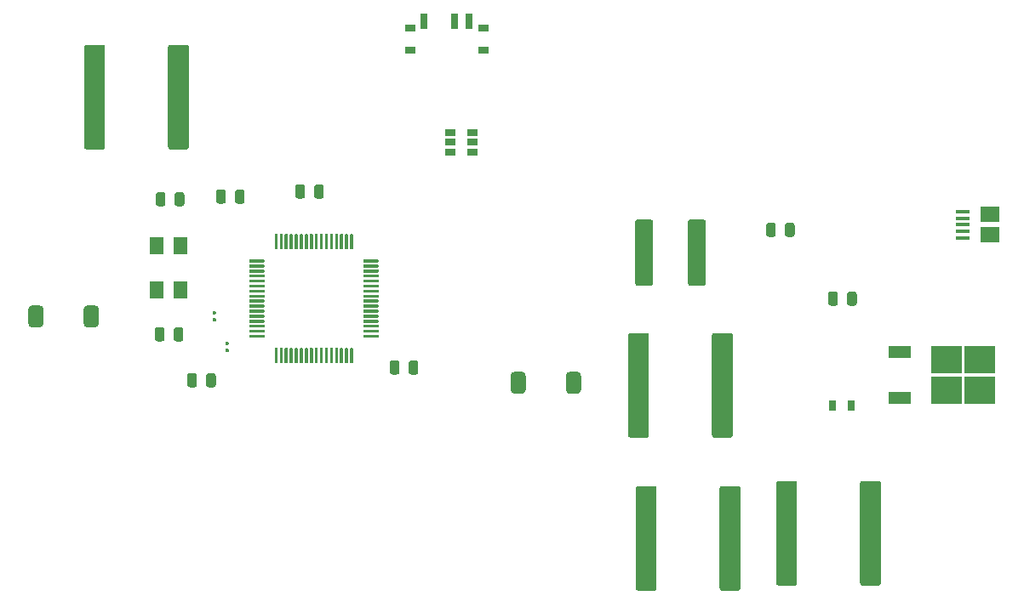
<source format=gbr>
%TF.GenerationSoftware,KiCad,Pcbnew,(5.1.6)-1*%
%TF.CreationDate,2021-02-28T15:35:06+06:00*%
%TF.ProjectId,STM32MCU + Buck Converter,53544d33-324d-4435-9520-2b204275636b,rev?*%
%TF.SameCoordinates,Original*%
%TF.FileFunction,Paste,Top*%
%TF.FilePolarity,Positive*%
%FSLAX46Y46*%
G04 Gerber Fmt 4.6, Leading zero omitted, Abs format (unit mm)*
G04 Created by KiCad (PCBNEW (5.1.6)-1) date 2021-02-28 15:35:06*
%MOMM*%
%LPD*%
G01*
G04 APERTURE LIST*
%ADD10R,1.900000X1.500000*%
%ADD11R,1.350000X0.400000*%
%ADD12R,0.800000X1.000000*%
%ADD13R,2.200000X1.200000*%
%ADD14R,3.050000X2.750000*%
%ADD15R,0.700000X1.500000*%
%ADD16R,1.000000X0.800000*%
%ADD17R,1.060000X0.650000*%
%ADD18R,1.400000X1.800000*%
G04 APERTURE END LIST*
D10*
%TO.C,J5*%
X185133500Y-73644000D03*
D11*
X182433500Y-72644000D03*
X182433500Y-71994000D03*
X182433500Y-71344000D03*
X182433500Y-73944000D03*
X182433500Y-73294000D03*
D10*
X185133500Y-71644000D03*
%TD*%
%TO.C,U1*%
G36*
G01*
X113956000Y-75035000D02*
X113956000Y-73635000D01*
G75*
G02*
X114031000Y-73560000I75000J0D01*
G01*
X114181000Y-73560000D01*
G75*
G02*
X114256000Y-73635000I0J-75000D01*
G01*
X114256000Y-75035000D01*
G75*
G02*
X114181000Y-75110000I-75000J0D01*
G01*
X114031000Y-75110000D01*
G75*
G02*
X113956000Y-75035000I0J75000D01*
G01*
G37*
G36*
G01*
X114456000Y-75035000D02*
X114456000Y-73635000D01*
G75*
G02*
X114531000Y-73560000I75000J0D01*
G01*
X114681000Y-73560000D01*
G75*
G02*
X114756000Y-73635000I0J-75000D01*
G01*
X114756000Y-75035000D01*
G75*
G02*
X114681000Y-75110000I-75000J0D01*
G01*
X114531000Y-75110000D01*
G75*
G02*
X114456000Y-75035000I0J75000D01*
G01*
G37*
G36*
G01*
X114956000Y-75035000D02*
X114956000Y-73635000D01*
G75*
G02*
X115031000Y-73560000I75000J0D01*
G01*
X115181000Y-73560000D01*
G75*
G02*
X115256000Y-73635000I0J-75000D01*
G01*
X115256000Y-75035000D01*
G75*
G02*
X115181000Y-75110000I-75000J0D01*
G01*
X115031000Y-75110000D01*
G75*
G02*
X114956000Y-75035000I0J75000D01*
G01*
G37*
G36*
G01*
X115456000Y-75035000D02*
X115456000Y-73635000D01*
G75*
G02*
X115531000Y-73560000I75000J0D01*
G01*
X115681000Y-73560000D01*
G75*
G02*
X115756000Y-73635000I0J-75000D01*
G01*
X115756000Y-75035000D01*
G75*
G02*
X115681000Y-75110000I-75000J0D01*
G01*
X115531000Y-75110000D01*
G75*
G02*
X115456000Y-75035000I0J75000D01*
G01*
G37*
G36*
G01*
X115956000Y-75035000D02*
X115956000Y-73635000D01*
G75*
G02*
X116031000Y-73560000I75000J0D01*
G01*
X116181000Y-73560000D01*
G75*
G02*
X116256000Y-73635000I0J-75000D01*
G01*
X116256000Y-75035000D01*
G75*
G02*
X116181000Y-75110000I-75000J0D01*
G01*
X116031000Y-75110000D01*
G75*
G02*
X115956000Y-75035000I0J75000D01*
G01*
G37*
G36*
G01*
X116456000Y-75035000D02*
X116456000Y-73635000D01*
G75*
G02*
X116531000Y-73560000I75000J0D01*
G01*
X116681000Y-73560000D01*
G75*
G02*
X116756000Y-73635000I0J-75000D01*
G01*
X116756000Y-75035000D01*
G75*
G02*
X116681000Y-75110000I-75000J0D01*
G01*
X116531000Y-75110000D01*
G75*
G02*
X116456000Y-75035000I0J75000D01*
G01*
G37*
G36*
G01*
X116956000Y-75035000D02*
X116956000Y-73635000D01*
G75*
G02*
X117031000Y-73560000I75000J0D01*
G01*
X117181000Y-73560000D01*
G75*
G02*
X117256000Y-73635000I0J-75000D01*
G01*
X117256000Y-75035000D01*
G75*
G02*
X117181000Y-75110000I-75000J0D01*
G01*
X117031000Y-75110000D01*
G75*
G02*
X116956000Y-75035000I0J75000D01*
G01*
G37*
G36*
G01*
X117456000Y-75035000D02*
X117456000Y-73635000D01*
G75*
G02*
X117531000Y-73560000I75000J0D01*
G01*
X117681000Y-73560000D01*
G75*
G02*
X117756000Y-73635000I0J-75000D01*
G01*
X117756000Y-75035000D01*
G75*
G02*
X117681000Y-75110000I-75000J0D01*
G01*
X117531000Y-75110000D01*
G75*
G02*
X117456000Y-75035000I0J75000D01*
G01*
G37*
G36*
G01*
X117956000Y-75035000D02*
X117956000Y-73635000D01*
G75*
G02*
X118031000Y-73560000I75000J0D01*
G01*
X118181000Y-73560000D01*
G75*
G02*
X118256000Y-73635000I0J-75000D01*
G01*
X118256000Y-75035000D01*
G75*
G02*
X118181000Y-75110000I-75000J0D01*
G01*
X118031000Y-75110000D01*
G75*
G02*
X117956000Y-75035000I0J75000D01*
G01*
G37*
G36*
G01*
X118456000Y-75035000D02*
X118456000Y-73635000D01*
G75*
G02*
X118531000Y-73560000I75000J0D01*
G01*
X118681000Y-73560000D01*
G75*
G02*
X118756000Y-73635000I0J-75000D01*
G01*
X118756000Y-75035000D01*
G75*
G02*
X118681000Y-75110000I-75000J0D01*
G01*
X118531000Y-75110000D01*
G75*
G02*
X118456000Y-75035000I0J75000D01*
G01*
G37*
G36*
G01*
X118956000Y-75035000D02*
X118956000Y-73635000D01*
G75*
G02*
X119031000Y-73560000I75000J0D01*
G01*
X119181000Y-73560000D01*
G75*
G02*
X119256000Y-73635000I0J-75000D01*
G01*
X119256000Y-75035000D01*
G75*
G02*
X119181000Y-75110000I-75000J0D01*
G01*
X119031000Y-75110000D01*
G75*
G02*
X118956000Y-75035000I0J75000D01*
G01*
G37*
G36*
G01*
X119456000Y-75035000D02*
X119456000Y-73635000D01*
G75*
G02*
X119531000Y-73560000I75000J0D01*
G01*
X119681000Y-73560000D01*
G75*
G02*
X119756000Y-73635000I0J-75000D01*
G01*
X119756000Y-75035000D01*
G75*
G02*
X119681000Y-75110000I-75000J0D01*
G01*
X119531000Y-75110000D01*
G75*
G02*
X119456000Y-75035000I0J75000D01*
G01*
G37*
G36*
G01*
X119956000Y-75035000D02*
X119956000Y-73635000D01*
G75*
G02*
X120031000Y-73560000I75000J0D01*
G01*
X120181000Y-73560000D01*
G75*
G02*
X120256000Y-73635000I0J-75000D01*
G01*
X120256000Y-75035000D01*
G75*
G02*
X120181000Y-75110000I-75000J0D01*
G01*
X120031000Y-75110000D01*
G75*
G02*
X119956000Y-75035000I0J75000D01*
G01*
G37*
G36*
G01*
X120456000Y-75035000D02*
X120456000Y-73635000D01*
G75*
G02*
X120531000Y-73560000I75000J0D01*
G01*
X120681000Y-73560000D01*
G75*
G02*
X120756000Y-73635000I0J-75000D01*
G01*
X120756000Y-75035000D01*
G75*
G02*
X120681000Y-75110000I-75000J0D01*
G01*
X120531000Y-75110000D01*
G75*
G02*
X120456000Y-75035000I0J75000D01*
G01*
G37*
G36*
G01*
X120956000Y-75035000D02*
X120956000Y-73635000D01*
G75*
G02*
X121031000Y-73560000I75000J0D01*
G01*
X121181000Y-73560000D01*
G75*
G02*
X121256000Y-73635000I0J-75000D01*
G01*
X121256000Y-75035000D01*
G75*
G02*
X121181000Y-75110000I-75000J0D01*
G01*
X121031000Y-75110000D01*
G75*
G02*
X120956000Y-75035000I0J75000D01*
G01*
G37*
G36*
G01*
X121456000Y-75035000D02*
X121456000Y-73635000D01*
G75*
G02*
X121531000Y-73560000I75000J0D01*
G01*
X121681000Y-73560000D01*
G75*
G02*
X121756000Y-73635000I0J-75000D01*
G01*
X121756000Y-75035000D01*
G75*
G02*
X121681000Y-75110000I-75000J0D01*
G01*
X121531000Y-75110000D01*
G75*
G02*
X121456000Y-75035000I0J75000D01*
G01*
G37*
G36*
G01*
X122756000Y-76335000D02*
X122756000Y-76185000D01*
G75*
G02*
X122831000Y-76110000I75000J0D01*
G01*
X124231000Y-76110000D01*
G75*
G02*
X124306000Y-76185000I0J-75000D01*
G01*
X124306000Y-76335000D01*
G75*
G02*
X124231000Y-76410000I-75000J0D01*
G01*
X122831000Y-76410000D01*
G75*
G02*
X122756000Y-76335000I0J75000D01*
G01*
G37*
G36*
G01*
X122756000Y-76835000D02*
X122756000Y-76685000D01*
G75*
G02*
X122831000Y-76610000I75000J0D01*
G01*
X124231000Y-76610000D01*
G75*
G02*
X124306000Y-76685000I0J-75000D01*
G01*
X124306000Y-76835000D01*
G75*
G02*
X124231000Y-76910000I-75000J0D01*
G01*
X122831000Y-76910000D01*
G75*
G02*
X122756000Y-76835000I0J75000D01*
G01*
G37*
G36*
G01*
X122756000Y-77335000D02*
X122756000Y-77185000D01*
G75*
G02*
X122831000Y-77110000I75000J0D01*
G01*
X124231000Y-77110000D01*
G75*
G02*
X124306000Y-77185000I0J-75000D01*
G01*
X124306000Y-77335000D01*
G75*
G02*
X124231000Y-77410000I-75000J0D01*
G01*
X122831000Y-77410000D01*
G75*
G02*
X122756000Y-77335000I0J75000D01*
G01*
G37*
G36*
G01*
X122756000Y-77835000D02*
X122756000Y-77685000D01*
G75*
G02*
X122831000Y-77610000I75000J0D01*
G01*
X124231000Y-77610000D01*
G75*
G02*
X124306000Y-77685000I0J-75000D01*
G01*
X124306000Y-77835000D01*
G75*
G02*
X124231000Y-77910000I-75000J0D01*
G01*
X122831000Y-77910000D01*
G75*
G02*
X122756000Y-77835000I0J75000D01*
G01*
G37*
G36*
G01*
X122756000Y-78335000D02*
X122756000Y-78185000D01*
G75*
G02*
X122831000Y-78110000I75000J0D01*
G01*
X124231000Y-78110000D01*
G75*
G02*
X124306000Y-78185000I0J-75000D01*
G01*
X124306000Y-78335000D01*
G75*
G02*
X124231000Y-78410000I-75000J0D01*
G01*
X122831000Y-78410000D01*
G75*
G02*
X122756000Y-78335000I0J75000D01*
G01*
G37*
G36*
G01*
X122756000Y-78835000D02*
X122756000Y-78685000D01*
G75*
G02*
X122831000Y-78610000I75000J0D01*
G01*
X124231000Y-78610000D01*
G75*
G02*
X124306000Y-78685000I0J-75000D01*
G01*
X124306000Y-78835000D01*
G75*
G02*
X124231000Y-78910000I-75000J0D01*
G01*
X122831000Y-78910000D01*
G75*
G02*
X122756000Y-78835000I0J75000D01*
G01*
G37*
G36*
G01*
X122756000Y-79335000D02*
X122756000Y-79185000D01*
G75*
G02*
X122831000Y-79110000I75000J0D01*
G01*
X124231000Y-79110000D01*
G75*
G02*
X124306000Y-79185000I0J-75000D01*
G01*
X124306000Y-79335000D01*
G75*
G02*
X124231000Y-79410000I-75000J0D01*
G01*
X122831000Y-79410000D01*
G75*
G02*
X122756000Y-79335000I0J75000D01*
G01*
G37*
G36*
G01*
X122756000Y-79835000D02*
X122756000Y-79685000D01*
G75*
G02*
X122831000Y-79610000I75000J0D01*
G01*
X124231000Y-79610000D01*
G75*
G02*
X124306000Y-79685000I0J-75000D01*
G01*
X124306000Y-79835000D01*
G75*
G02*
X124231000Y-79910000I-75000J0D01*
G01*
X122831000Y-79910000D01*
G75*
G02*
X122756000Y-79835000I0J75000D01*
G01*
G37*
G36*
G01*
X122756000Y-80335000D02*
X122756000Y-80185000D01*
G75*
G02*
X122831000Y-80110000I75000J0D01*
G01*
X124231000Y-80110000D01*
G75*
G02*
X124306000Y-80185000I0J-75000D01*
G01*
X124306000Y-80335000D01*
G75*
G02*
X124231000Y-80410000I-75000J0D01*
G01*
X122831000Y-80410000D01*
G75*
G02*
X122756000Y-80335000I0J75000D01*
G01*
G37*
G36*
G01*
X122756000Y-80835000D02*
X122756000Y-80685000D01*
G75*
G02*
X122831000Y-80610000I75000J0D01*
G01*
X124231000Y-80610000D01*
G75*
G02*
X124306000Y-80685000I0J-75000D01*
G01*
X124306000Y-80835000D01*
G75*
G02*
X124231000Y-80910000I-75000J0D01*
G01*
X122831000Y-80910000D01*
G75*
G02*
X122756000Y-80835000I0J75000D01*
G01*
G37*
G36*
G01*
X122756000Y-81335000D02*
X122756000Y-81185000D01*
G75*
G02*
X122831000Y-81110000I75000J0D01*
G01*
X124231000Y-81110000D01*
G75*
G02*
X124306000Y-81185000I0J-75000D01*
G01*
X124306000Y-81335000D01*
G75*
G02*
X124231000Y-81410000I-75000J0D01*
G01*
X122831000Y-81410000D01*
G75*
G02*
X122756000Y-81335000I0J75000D01*
G01*
G37*
G36*
G01*
X122756000Y-81835000D02*
X122756000Y-81685000D01*
G75*
G02*
X122831000Y-81610000I75000J0D01*
G01*
X124231000Y-81610000D01*
G75*
G02*
X124306000Y-81685000I0J-75000D01*
G01*
X124306000Y-81835000D01*
G75*
G02*
X124231000Y-81910000I-75000J0D01*
G01*
X122831000Y-81910000D01*
G75*
G02*
X122756000Y-81835000I0J75000D01*
G01*
G37*
G36*
G01*
X122756000Y-82335000D02*
X122756000Y-82185000D01*
G75*
G02*
X122831000Y-82110000I75000J0D01*
G01*
X124231000Y-82110000D01*
G75*
G02*
X124306000Y-82185000I0J-75000D01*
G01*
X124306000Y-82335000D01*
G75*
G02*
X124231000Y-82410000I-75000J0D01*
G01*
X122831000Y-82410000D01*
G75*
G02*
X122756000Y-82335000I0J75000D01*
G01*
G37*
G36*
G01*
X122756000Y-82835000D02*
X122756000Y-82685000D01*
G75*
G02*
X122831000Y-82610000I75000J0D01*
G01*
X124231000Y-82610000D01*
G75*
G02*
X124306000Y-82685000I0J-75000D01*
G01*
X124306000Y-82835000D01*
G75*
G02*
X124231000Y-82910000I-75000J0D01*
G01*
X122831000Y-82910000D01*
G75*
G02*
X122756000Y-82835000I0J75000D01*
G01*
G37*
G36*
G01*
X122756000Y-83335000D02*
X122756000Y-83185000D01*
G75*
G02*
X122831000Y-83110000I75000J0D01*
G01*
X124231000Y-83110000D01*
G75*
G02*
X124306000Y-83185000I0J-75000D01*
G01*
X124306000Y-83335000D01*
G75*
G02*
X124231000Y-83410000I-75000J0D01*
G01*
X122831000Y-83410000D01*
G75*
G02*
X122756000Y-83335000I0J75000D01*
G01*
G37*
G36*
G01*
X122756000Y-83835000D02*
X122756000Y-83685000D01*
G75*
G02*
X122831000Y-83610000I75000J0D01*
G01*
X124231000Y-83610000D01*
G75*
G02*
X124306000Y-83685000I0J-75000D01*
G01*
X124306000Y-83835000D01*
G75*
G02*
X124231000Y-83910000I-75000J0D01*
G01*
X122831000Y-83910000D01*
G75*
G02*
X122756000Y-83835000I0J75000D01*
G01*
G37*
G36*
G01*
X121456000Y-86385000D02*
X121456000Y-84985000D01*
G75*
G02*
X121531000Y-84910000I75000J0D01*
G01*
X121681000Y-84910000D01*
G75*
G02*
X121756000Y-84985000I0J-75000D01*
G01*
X121756000Y-86385000D01*
G75*
G02*
X121681000Y-86460000I-75000J0D01*
G01*
X121531000Y-86460000D01*
G75*
G02*
X121456000Y-86385000I0J75000D01*
G01*
G37*
G36*
G01*
X120956000Y-86385000D02*
X120956000Y-84985000D01*
G75*
G02*
X121031000Y-84910000I75000J0D01*
G01*
X121181000Y-84910000D01*
G75*
G02*
X121256000Y-84985000I0J-75000D01*
G01*
X121256000Y-86385000D01*
G75*
G02*
X121181000Y-86460000I-75000J0D01*
G01*
X121031000Y-86460000D01*
G75*
G02*
X120956000Y-86385000I0J75000D01*
G01*
G37*
G36*
G01*
X120456000Y-86385000D02*
X120456000Y-84985000D01*
G75*
G02*
X120531000Y-84910000I75000J0D01*
G01*
X120681000Y-84910000D01*
G75*
G02*
X120756000Y-84985000I0J-75000D01*
G01*
X120756000Y-86385000D01*
G75*
G02*
X120681000Y-86460000I-75000J0D01*
G01*
X120531000Y-86460000D01*
G75*
G02*
X120456000Y-86385000I0J75000D01*
G01*
G37*
G36*
G01*
X119956000Y-86385000D02*
X119956000Y-84985000D01*
G75*
G02*
X120031000Y-84910000I75000J0D01*
G01*
X120181000Y-84910000D01*
G75*
G02*
X120256000Y-84985000I0J-75000D01*
G01*
X120256000Y-86385000D01*
G75*
G02*
X120181000Y-86460000I-75000J0D01*
G01*
X120031000Y-86460000D01*
G75*
G02*
X119956000Y-86385000I0J75000D01*
G01*
G37*
G36*
G01*
X119456000Y-86385000D02*
X119456000Y-84985000D01*
G75*
G02*
X119531000Y-84910000I75000J0D01*
G01*
X119681000Y-84910000D01*
G75*
G02*
X119756000Y-84985000I0J-75000D01*
G01*
X119756000Y-86385000D01*
G75*
G02*
X119681000Y-86460000I-75000J0D01*
G01*
X119531000Y-86460000D01*
G75*
G02*
X119456000Y-86385000I0J75000D01*
G01*
G37*
G36*
G01*
X118956000Y-86385000D02*
X118956000Y-84985000D01*
G75*
G02*
X119031000Y-84910000I75000J0D01*
G01*
X119181000Y-84910000D01*
G75*
G02*
X119256000Y-84985000I0J-75000D01*
G01*
X119256000Y-86385000D01*
G75*
G02*
X119181000Y-86460000I-75000J0D01*
G01*
X119031000Y-86460000D01*
G75*
G02*
X118956000Y-86385000I0J75000D01*
G01*
G37*
G36*
G01*
X118456000Y-86385000D02*
X118456000Y-84985000D01*
G75*
G02*
X118531000Y-84910000I75000J0D01*
G01*
X118681000Y-84910000D01*
G75*
G02*
X118756000Y-84985000I0J-75000D01*
G01*
X118756000Y-86385000D01*
G75*
G02*
X118681000Y-86460000I-75000J0D01*
G01*
X118531000Y-86460000D01*
G75*
G02*
X118456000Y-86385000I0J75000D01*
G01*
G37*
G36*
G01*
X117956000Y-86385000D02*
X117956000Y-84985000D01*
G75*
G02*
X118031000Y-84910000I75000J0D01*
G01*
X118181000Y-84910000D01*
G75*
G02*
X118256000Y-84985000I0J-75000D01*
G01*
X118256000Y-86385000D01*
G75*
G02*
X118181000Y-86460000I-75000J0D01*
G01*
X118031000Y-86460000D01*
G75*
G02*
X117956000Y-86385000I0J75000D01*
G01*
G37*
G36*
G01*
X117456000Y-86385000D02*
X117456000Y-84985000D01*
G75*
G02*
X117531000Y-84910000I75000J0D01*
G01*
X117681000Y-84910000D01*
G75*
G02*
X117756000Y-84985000I0J-75000D01*
G01*
X117756000Y-86385000D01*
G75*
G02*
X117681000Y-86460000I-75000J0D01*
G01*
X117531000Y-86460000D01*
G75*
G02*
X117456000Y-86385000I0J75000D01*
G01*
G37*
G36*
G01*
X116956000Y-86385000D02*
X116956000Y-84985000D01*
G75*
G02*
X117031000Y-84910000I75000J0D01*
G01*
X117181000Y-84910000D01*
G75*
G02*
X117256000Y-84985000I0J-75000D01*
G01*
X117256000Y-86385000D01*
G75*
G02*
X117181000Y-86460000I-75000J0D01*
G01*
X117031000Y-86460000D01*
G75*
G02*
X116956000Y-86385000I0J75000D01*
G01*
G37*
G36*
G01*
X116456000Y-86385000D02*
X116456000Y-84985000D01*
G75*
G02*
X116531000Y-84910000I75000J0D01*
G01*
X116681000Y-84910000D01*
G75*
G02*
X116756000Y-84985000I0J-75000D01*
G01*
X116756000Y-86385000D01*
G75*
G02*
X116681000Y-86460000I-75000J0D01*
G01*
X116531000Y-86460000D01*
G75*
G02*
X116456000Y-86385000I0J75000D01*
G01*
G37*
G36*
G01*
X115956000Y-86385000D02*
X115956000Y-84985000D01*
G75*
G02*
X116031000Y-84910000I75000J0D01*
G01*
X116181000Y-84910000D01*
G75*
G02*
X116256000Y-84985000I0J-75000D01*
G01*
X116256000Y-86385000D01*
G75*
G02*
X116181000Y-86460000I-75000J0D01*
G01*
X116031000Y-86460000D01*
G75*
G02*
X115956000Y-86385000I0J75000D01*
G01*
G37*
G36*
G01*
X115456000Y-86385000D02*
X115456000Y-84985000D01*
G75*
G02*
X115531000Y-84910000I75000J0D01*
G01*
X115681000Y-84910000D01*
G75*
G02*
X115756000Y-84985000I0J-75000D01*
G01*
X115756000Y-86385000D01*
G75*
G02*
X115681000Y-86460000I-75000J0D01*
G01*
X115531000Y-86460000D01*
G75*
G02*
X115456000Y-86385000I0J75000D01*
G01*
G37*
G36*
G01*
X114956000Y-86385000D02*
X114956000Y-84985000D01*
G75*
G02*
X115031000Y-84910000I75000J0D01*
G01*
X115181000Y-84910000D01*
G75*
G02*
X115256000Y-84985000I0J-75000D01*
G01*
X115256000Y-86385000D01*
G75*
G02*
X115181000Y-86460000I-75000J0D01*
G01*
X115031000Y-86460000D01*
G75*
G02*
X114956000Y-86385000I0J75000D01*
G01*
G37*
G36*
G01*
X114456000Y-86385000D02*
X114456000Y-84985000D01*
G75*
G02*
X114531000Y-84910000I75000J0D01*
G01*
X114681000Y-84910000D01*
G75*
G02*
X114756000Y-84985000I0J-75000D01*
G01*
X114756000Y-86385000D01*
G75*
G02*
X114681000Y-86460000I-75000J0D01*
G01*
X114531000Y-86460000D01*
G75*
G02*
X114456000Y-86385000I0J75000D01*
G01*
G37*
G36*
G01*
X113956000Y-86385000D02*
X113956000Y-84985000D01*
G75*
G02*
X114031000Y-84910000I75000J0D01*
G01*
X114181000Y-84910000D01*
G75*
G02*
X114256000Y-84985000I0J-75000D01*
G01*
X114256000Y-86385000D01*
G75*
G02*
X114181000Y-86460000I-75000J0D01*
G01*
X114031000Y-86460000D01*
G75*
G02*
X113956000Y-86385000I0J75000D01*
G01*
G37*
G36*
G01*
X111406000Y-83835000D02*
X111406000Y-83685000D01*
G75*
G02*
X111481000Y-83610000I75000J0D01*
G01*
X112881000Y-83610000D01*
G75*
G02*
X112956000Y-83685000I0J-75000D01*
G01*
X112956000Y-83835000D01*
G75*
G02*
X112881000Y-83910000I-75000J0D01*
G01*
X111481000Y-83910000D01*
G75*
G02*
X111406000Y-83835000I0J75000D01*
G01*
G37*
G36*
G01*
X111406000Y-83335000D02*
X111406000Y-83185000D01*
G75*
G02*
X111481000Y-83110000I75000J0D01*
G01*
X112881000Y-83110000D01*
G75*
G02*
X112956000Y-83185000I0J-75000D01*
G01*
X112956000Y-83335000D01*
G75*
G02*
X112881000Y-83410000I-75000J0D01*
G01*
X111481000Y-83410000D01*
G75*
G02*
X111406000Y-83335000I0J75000D01*
G01*
G37*
G36*
G01*
X111406000Y-82835000D02*
X111406000Y-82685000D01*
G75*
G02*
X111481000Y-82610000I75000J0D01*
G01*
X112881000Y-82610000D01*
G75*
G02*
X112956000Y-82685000I0J-75000D01*
G01*
X112956000Y-82835000D01*
G75*
G02*
X112881000Y-82910000I-75000J0D01*
G01*
X111481000Y-82910000D01*
G75*
G02*
X111406000Y-82835000I0J75000D01*
G01*
G37*
G36*
G01*
X111406000Y-82335000D02*
X111406000Y-82185000D01*
G75*
G02*
X111481000Y-82110000I75000J0D01*
G01*
X112881000Y-82110000D01*
G75*
G02*
X112956000Y-82185000I0J-75000D01*
G01*
X112956000Y-82335000D01*
G75*
G02*
X112881000Y-82410000I-75000J0D01*
G01*
X111481000Y-82410000D01*
G75*
G02*
X111406000Y-82335000I0J75000D01*
G01*
G37*
G36*
G01*
X111406000Y-81835000D02*
X111406000Y-81685000D01*
G75*
G02*
X111481000Y-81610000I75000J0D01*
G01*
X112881000Y-81610000D01*
G75*
G02*
X112956000Y-81685000I0J-75000D01*
G01*
X112956000Y-81835000D01*
G75*
G02*
X112881000Y-81910000I-75000J0D01*
G01*
X111481000Y-81910000D01*
G75*
G02*
X111406000Y-81835000I0J75000D01*
G01*
G37*
G36*
G01*
X111406000Y-81335000D02*
X111406000Y-81185000D01*
G75*
G02*
X111481000Y-81110000I75000J0D01*
G01*
X112881000Y-81110000D01*
G75*
G02*
X112956000Y-81185000I0J-75000D01*
G01*
X112956000Y-81335000D01*
G75*
G02*
X112881000Y-81410000I-75000J0D01*
G01*
X111481000Y-81410000D01*
G75*
G02*
X111406000Y-81335000I0J75000D01*
G01*
G37*
G36*
G01*
X111406000Y-80835000D02*
X111406000Y-80685000D01*
G75*
G02*
X111481000Y-80610000I75000J0D01*
G01*
X112881000Y-80610000D01*
G75*
G02*
X112956000Y-80685000I0J-75000D01*
G01*
X112956000Y-80835000D01*
G75*
G02*
X112881000Y-80910000I-75000J0D01*
G01*
X111481000Y-80910000D01*
G75*
G02*
X111406000Y-80835000I0J75000D01*
G01*
G37*
G36*
G01*
X111406000Y-80335000D02*
X111406000Y-80185000D01*
G75*
G02*
X111481000Y-80110000I75000J0D01*
G01*
X112881000Y-80110000D01*
G75*
G02*
X112956000Y-80185000I0J-75000D01*
G01*
X112956000Y-80335000D01*
G75*
G02*
X112881000Y-80410000I-75000J0D01*
G01*
X111481000Y-80410000D01*
G75*
G02*
X111406000Y-80335000I0J75000D01*
G01*
G37*
G36*
G01*
X111406000Y-79835000D02*
X111406000Y-79685000D01*
G75*
G02*
X111481000Y-79610000I75000J0D01*
G01*
X112881000Y-79610000D01*
G75*
G02*
X112956000Y-79685000I0J-75000D01*
G01*
X112956000Y-79835000D01*
G75*
G02*
X112881000Y-79910000I-75000J0D01*
G01*
X111481000Y-79910000D01*
G75*
G02*
X111406000Y-79835000I0J75000D01*
G01*
G37*
G36*
G01*
X111406000Y-79335000D02*
X111406000Y-79185000D01*
G75*
G02*
X111481000Y-79110000I75000J0D01*
G01*
X112881000Y-79110000D01*
G75*
G02*
X112956000Y-79185000I0J-75000D01*
G01*
X112956000Y-79335000D01*
G75*
G02*
X112881000Y-79410000I-75000J0D01*
G01*
X111481000Y-79410000D01*
G75*
G02*
X111406000Y-79335000I0J75000D01*
G01*
G37*
G36*
G01*
X111406000Y-78835000D02*
X111406000Y-78685000D01*
G75*
G02*
X111481000Y-78610000I75000J0D01*
G01*
X112881000Y-78610000D01*
G75*
G02*
X112956000Y-78685000I0J-75000D01*
G01*
X112956000Y-78835000D01*
G75*
G02*
X112881000Y-78910000I-75000J0D01*
G01*
X111481000Y-78910000D01*
G75*
G02*
X111406000Y-78835000I0J75000D01*
G01*
G37*
G36*
G01*
X111406000Y-78335000D02*
X111406000Y-78185000D01*
G75*
G02*
X111481000Y-78110000I75000J0D01*
G01*
X112881000Y-78110000D01*
G75*
G02*
X112956000Y-78185000I0J-75000D01*
G01*
X112956000Y-78335000D01*
G75*
G02*
X112881000Y-78410000I-75000J0D01*
G01*
X111481000Y-78410000D01*
G75*
G02*
X111406000Y-78335000I0J75000D01*
G01*
G37*
G36*
G01*
X111406000Y-77835000D02*
X111406000Y-77685000D01*
G75*
G02*
X111481000Y-77610000I75000J0D01*
G01*
X112881000Y-77610000D01*
G75*
G02*
X112956000Y-77685000I0J-75000D01*
G01*
X112956000Y-77835000D01*
G75*
G02*
X112881000Y-77910000I-75000J0D01*
G01*
X111481000Y-77910000D01*
G75*
G02*
X111406000Y-77835000I0J75000D01*
G01*
G37*
G36*
G01*
X111406000Y-77335000D02*
X111406000Y-77185000D01*
G75*
G02*
X111481000Y-77110000I75000J0D01*
G01*
X112881000Y-77110000D01*
G75*
G02*
X112956000Y-77185000I0J-75000D01*
G01*
X112956000Y-77335000D01*
G75*
G02*
X112881000Y-77410000I-75000J0D01*
G01*
X111481000Y-77410000D01*
G75*
G02*
X111406000Y-77335000I0J75000D01*
G01*
G37*
G36*
G01*
X111406000Y-76835000D02*
X111406000Y-76685000D01*
G75*
G02*
X111481000Y-76610000I75000J0D01*
G01*
X112881000Y-76610000D01*
G75*
G02*
X112956000Y-76685000I0J-75000D01*
G01*
X112956000Y-76835000D01*
G75*
G02*
X112881000Y-76910000I-75000J0D01*
G01*
X111481000Y-76910000D01*
G75*
G02*
X111406000Y-76835000I0J75000D01*
G01*
G37*
G36*
G01*
X111406000Y-76335000D02*
X111406000Y-76185000D01*
G75*
G02*
X111481000Y-76110000I75000J0D01*
G01*
X112881000Y-76110000D01*
G75*
G02*
X112956000Y-76185000I0J-75000D01*
G01*
X112956000Y-76335000D01*
G75*
G02*
X112881000Y-76410000I-75000J0D01*
G01*
X111481000Y-76410000D01*
G75*
G02*
X111406000Y-76335000I0J75000D01*
G01*
G37*
%TD*%
%TO.C,C1*%
G36*
G01*
X156856000Y-72388000D02*
X156856000Y-78488000D01*
G75*
G02*
X156606000Y-78738000I-250000J0D01*
G01*
X155306000Y-78738000D01*
G75*
G02*
X155056000Y-78488000I0J250000D01*
G01*
X155056000Y-72388000D01*
G75*
G02*
X155306000Y-72138000I250000J0D01*
G01*
X156606000Y-72138000D01*
G75*
G02*
X156856000Y-72388000I0J-250000D01*
G01*
G37*
G36*
G01*
X151606000Y-72388000D02*
X151606000Y-78488000D01*
G75*
G02*
X151356000Y-78738000I-250000J0D01*
G01*
X150056000Y-78738000D01*
G75*
G02*
X149806000Y-78488000I0J250000D01*
G01*
X149806000Y-72388000D01*
G75*
G02*
X150056000Y-72138000I250000J0D01*
G01*
X151356000Y-72138000D01*
G75*
G02*
X151606000Y-72388000I0J-250000D01*
G01*
G37*
%TD*%
%TO.C,C2*%
G36*
G01*
X109102500Y-69393750D02*
X109102500Y-70306250D01*
G75*
G02*
X108858750Y-70550000I-243750J0D01*
G01*
X108371250Y-70550000D01*
G75*
G02*
X108127500Y-70306250I0J243750D01*
G01*
X108127500Y-69393750D01*
G75*
G02*
X108371250Y-69150000I243750J0D01*
G01*
X108858750Y-69150000D01*
G75*
G02*
X109102500Y-69393750I0J-243750D01*
G01*
G37*
G36*
G01*
X110977500Y-69393750D02*
X110977500Y-70306250D01*
G75*
G02*
X110733750Y-70550000I-243750J0D01*
G01*
X110246250Y-70550000D01*
G75*
G02*
X110002500Y-70306250I0J243750D01*
G01*
X110002500Y-69393750D01*
G75*
G02*
X110246250Y-69150000I243750J0D01*
G01*
X110733750Y-69150000D01*
G75*
G02*
X110977500Y-69393750I0J-243750D01*
G01*
G37*
%TD*%
%TO.C,C3*%
G36*
G01*
X125399500Y-87324250D02*
X125399500Y-86411750D01*
G75*
G02*
X125643250Y-86168000I243750J0D01*
G01*
X126130750Y-86168000D01*
G75*
G02*
X126374500Y-86411750I0J-243750D01*
G01*
X126374500Y-87324250D01*
G75*
G02*
X126130750Y-87568000I-243750J0D01*
G01*
X125643250Y-87568000D01*
G75*
G02*
X125399500Y-87324250I0J243750D01*
G01*
G37*
G36*
G01*
X127274500Y-87324250D02*
X127274500Y-86411750D01*
G75*
G02*
X127518250Y-86168000I243750J0D01*
G01*
X128005750Y-86168000D01*
G75*
G02*
X128249500Y-86411750I0J-243750D01*
G01*
X128249500Y-87324250D01*
G75*
G02*
X128005750Y-87568000I-243750J0D01*
G01*
X127518250Y-87568000D01*
G75*
G02*
X127274500Y-87324250I0J243750D01*
G01*
G37*
%TD*%
%TO.C,C4*%
G36*
G01*
X107130000Y-88594250D02*
X107130000Y-87681750D01*
G75*
G02*
X107373750Y-87438000I243750J0D01*
G01*
X107861250Y-87438000D01*
G75*
G02*
X108105000Y-87681750I0J-243750D01*
G01*
X108105000Y-88594250D01*
G75*
G02*
X107861250Y-88838000I-243750J0D01*
G01*
X107373750Y-88838000D01*
G75*
G02*
X107130000Y-88594250I0J243750D01*
G01*
G37*
G36*
G01*
X105255000Y-88594250D02*
X105255000Y-87681750D01*
G75*
G02*
X105498750Y-87438000I243750J0D01*
G01*
X105986250Y-87438000D01*
G75*
G02*
X106230000Y-87681750I0J-243750D01*
G01*
X106230000Y-88594250D01*
G75*
G02*
X105986250Y-88838000I-243750J0D01*
G01*
X105498750Y-88838000D01*
G75*
G02*
X105255000Y-88594250I0J243750D01*
G01*
G37*
%TD*%
%TO.C,C5*%
G36*
G01*
X116001500Y-69798250D02*
X116001500Y-68885750D01*
G75*
G02*
X116245250Y-68642000I243750J0D01*
G01*
X116732750Y-68642000D01*
G75*
G02*
X116976500Y-68885750I0J-243750D01*
G01*
X116976500Y-69798250D01*
G75*
G02*
X116732750Y-70042000I-243750J0D01*
G01*
X116245250Y-70042000D01*
G75*
G02*
X116001500Y-69798250I0J243750D01*
G01*
G37*
G36*
G01*
X117876500Y-69798250D02*
X117876500Y-68885750D01*
G75*
G02*
X118120250Y-68642000I243750J0D01*
G01*
X118607750Y-68642000D01*
G75*
G02*
X118851500Y-68885750I0J-243750D01*
G01*
X118851500Y-69798250D01*
G75*
G02*
X118607750Y-70042000I-243750J0D01*
G01*
X118120250Y-70042000D01*
G75*
G02*
X117876500Y-69798250I0J243750D01*
G01*
G37*
%TD*%
%TO.C,C6*%
G36*
G01*
X94994000Y-64919000D02*
X94994000Y-54969000D01*
G75*
G02*
X95244000Y-54719000I250000J0D01*
G01*
X96844000Y-54719000D01*
G75*
G02*
X97094000Y-54969000I0J-250000D01*
G01*
X97094000Y-64919000D01*
G75*
G02*
X96844000Y-65169000I-250000J0D01*
G01*
X95244000Y-65169000D01*
G75*
G02*
X94994000Y-64919000I0J250000D01*
G01*
G37*
G36*
G01*
X103344000Y-64919000D02*
X103344000Y-54969000D01*
G75*
G02*
X103594000Y-54719000I250000J0D01*
G01*
X105194000Y-54719000D01*
G75*
G02*
X105444000Y-54969000I0J-250000D01*
G01*
X105444000Y-64919000D01*
G75*
G02*
X105194000Y-65169000I-250000J0D01*
G01*
X103594000Y-65169000D01*
G75*
G02*
X103344000Y-64919000I0J250000D01*
G01*
G37*
%TD*%
%TO.C,C7*%
G36*
G01*
X157446000Y-93621000D02*
X157446000Y-83671000D01*
G75*
G02*
X157696000Y-83421000I250000J0D01*
G01*
X159296000Y-83421000D01*
G75*
G02*
X159546000Y-83671000I0J-250000D01*
G01*
X159546000Y-93621000D01*
G75*
G02*
X159296000Y-93871000I-250000J0D01*
G01*
X157696000Y-93871000D01*
G75*
G02*
X157446000Y-93621000I0J250000D01*
G01*
G37*
G36*
G01*
X149096000Y-93621000D02*
X149096000Y-83671000D01*
G75*
G02*
X149346000Y-83421000I250000J0D01*
G01*
X150946000Y-83421000D01*
G75*
G02*
X151196000Y-83671000I0J-250000D01*
G01*
X151196000Y-93621000D01*
G75*
G02*
X150946000Y-93871000I-250000J0D01*
G01*
X149346000Y-93871000D01*
G75*
G02*
X149096000Y-93621000I0J250000D01*
G01*
G37*
%TD*%
%TO.C,C8*%
G36*
G01*
X108050500Y-82292000D02*
X107849500Y-82292000D01*
G75*
G02*
X107770000Y-82212500I0J79500D01*
G01*
X107770000Y-82053500D01*
G75*
G02*
X107849500Y-81974000I79500J0D01*
G01*
X108050500Y-81974000D01*
G75*
G02*
X108130000Y-82053500I0J-79500D01*
G01*
X108130000Y-82212500D01*
G75*
G02*
X108050500Y-82292000I-79500J0D01*
G01*
G37*
G36*
G01*
X108050500Y-81602000D02*
X107849500Y-81602000D01*
G75*
G02*
X107770000Y-81522500I0J79500D01*
G01*
X107770000Y-81363500D01*
G75*
G02*
X107849500Y-81284000I79500J0D01*
G01*
X108050500Y-81284000D01*
G75*
G02*
X108130000Y-81363500I0J-79500D01*
G01*
X108130000Y-81522500D01*
G75*
G02*
X108050500Y-81602000I-79500J0D01*
G01*
G37*
%TD*%
%TO.C,C9*%
G36*
G01*
X109320500Y-84650000D02*
X109119500Y-84650000D01*
G75*
G02*
X109040000Y-84570500I0J79500D01*
G01*
X109040000Y-84411500D01*
G75*
G02*
X109119500Y-84332000I79500J0D01*
G01*
X109320500Y-84332000D01*
G75*
G02*
X109400000Y-84411500I0J-79500D01*
G01*
X109400000Y-84570500D01*
G75*
G02*
X109320500Y-84650000I-79500J0D01*
G01*
G37*
G36*
G01*
X109320500Y-85340000D02*
X109119500Y-85340000D01*
G75*
G02*
X109040000Y-85260500I0J79500D01*
G01*
X109040000Y-85101500D01*
G75*
G02*
X109119500Y-85022000I79500J0D01*
G01*
X109320500Y-85022000D01*
G75*
G02*
X109400000Y-85101500I0J-79500D01*
G01*
X109400000Y-85260500D01*
G75*
G02*
X109320500Y-85340000I-79500J0D01*
G01*
G37*
%TD*%
%TO.C,C10*%
G36*
G01*
X104978500Y-69647750D02*
X104978500Y-70560250D01*
G75*
G02*
X104734750Y-70804000I-243750J0D01*
G01*
X104247250Y-70804000D01*
G75*
G02*
X104003500Y-70560250I0J243750D01*
G01*
X104003500Y-69647750D01*
G75*
G02*
X104247250Y-69404000I243750J0D01*
G01*
X104734750Y-69404000D01*
G75*
G02*
X104978500Y-69647750I0J-243750D01*
G01*
G37*
G36*
G01*
X103103500Y-69647750D02*
X103103500Y-70560250D01*
G75*
G02*
X102859750Y-70804000I-243750J0D01*
G01*
X102372250Y-70804000D01*
G75*
G02*
X102128500Y-70560250I0J243750D01*
G01*
X102128500Y-69647750D01*
G75*
G02*
X102372250Y-69404000I243750J0D01*
G01*
X102859750Y-69404000D01*
G75*
G02*
X103103500Y-69647750I0J-243750D01*
G01*
G37*
%TD*%
%TO.C,C11*%
G36*
G01*
X103906500Y-84022250D02*
X103906500Y-83109750D01*
G75*
G02*
X104150250Y-82866000I243750J0D01*
G01*
X104637750Y-82866000D01*
G75*
G02*
X104881500Y-83109750I0J-243750D01*
G01*
X104881500Y-84022250D01*
G75*
G02*
X104637750Y-84266000I-243750J0D01*
G01*
X104150250Y-84266000D01*
G75*
G02*
X103906500Y-84022250I0J243750D01*
G01*
G37*
G36*
G01*
X102031500Y-84022250D02*
X102031500Y-83109750D01*
G75*
G02*
X102275250Y-82866000I243750J0D01*
G01*
X102762750Y-82866000D01*
G75*
G02*
X103006500Y-83109750I0J-243750D01*
G01*
X103006500Y-84022250D01*
G75*
G02*
X102762750Y-84266000I-243750J0D01*
G01*
X102275250Y-84266000D01*
G75*
G02*
X102031500Y-84022250I0J243750D01*
G01*
G37*
%TD*%
%TO.C,C12*%
G36*
G01*
X162834500Y-73608250D02*
X162834500Y-72695750D01*
G75*
G02*
X163078250Y-72452000I243750J0D01*
G01*
X163565750Y-72452000D01*
G75*
G02*
X163809500Y-72695750I0J-243750D01*
G01*
X163809500Y-73608250D01*
G75*
G02*
X163565750Y-73852000I-243750J0D01*
G01*
X163078250Y-73852000D01*
G75*
G02*
X162834500Y-73608250I0J243750D01*
G01*
G37*
G36*
G01*
X164709500Y-73608250D02*
X164709500Y-72695750D01*
G75*
G02*
X164953250Y-72452000I243750J0D01*
G01*
X165440750Y-72452000D01*
G75*
G02*
X165684500Y-72695750I0J-243750D01*
G01*
X165684500Y-73608250D01*
G75*
G02*
X165440750Y-73852000I-243750J0D01*
G01*
X164953250Y-73852000D01*
G75*
G02*
X164709500Y-73608250I0J243750D01*
G01*
G37*
%TD*%
%TO.C,C13*%
G36*
G01*
X170884000Y-80466250D02*
X170884000Y-79553750D01*
G75*
G02*
X171127750Y-79310000I243750J0D01*
G01*
X171615250Y-79310000D01*
G75*
G02*
X171859000Y-79553750I0J-243750D01*
G01*
X171859000Y-80466250D01*
G75*
G02*
X171615250Y-80710000I-243750J0D01*
G01*
X171127750Y-80710000D01*
G75*
G02*
X170884000Y-80466250I0J243750D01*
G01*
G37*
G36*
G01*
X169009000Y-80466250D02*
X169009000Y-79553750D01*
G75*
G02*
X169252750Y-79310000I243750J0D01*
G01*
X169740250Y-79310000D01*
G75*
G02*
X169984000Y-79553750I0J-243750D01*
G01*
X169984000Y-80466250D01*
G75*
G02*
X169740250Y-80710000I-243750J0D01*
G01*
X169252750Y-80710000D01*
G75*
G02*
X169009000Y-80466250I0J243750D01*
G01*
G37*
%TD*%
%TO.C,C14*%
G36*
G01*
X160308000Y-98911000D02*
X160308000Y-108861000D01*
G75*
G02*
X160058000Y-109111000I-250000J0D01*
G01*
X158458000Y-109111000D01*
G75*
G02*
X158208000Y-108861000I0J250000D01*
G01*
X158208000Y-98911000D01*
G75*
G02*
X158458000Y-98661000I250000J0D01*
G01*
X160058000Y-98661000D01*
G75*
G02*
X160308000Y-98911000I0J-250000D01*
G01*
G37*
G36*
G01*
X151958000Y-98911000D02*
X151958000Y-108861000D01*
G75*
G02*
X151708000Y-109111000I-250000J0D01*
G01*
X150108000Y-109111000D01*
G75*
G02*
X149858000Y-108861000I0J250000D01*
G01*
X149858000Y-98911000D01*
G75*
G02*
X150108000Y-98661000I250000J0D01*
G01*
X151708000Y-98661000D01*
G75*
G02*
X151958000Y-98911000I0J-250000D01*
G01*
G37*
%TD*%
%TO.C,C15*%
G36*
G01*
X172178000Y-108353000D02*
X172178000Y-98403000D01*
G75*
G02*
X172428000Y-98153000I250000J0D01*
G01*
X174028000Y-98153000D01*
G75*
G02*
X174278000Y-98403000I0J-250000D01*
G01*
X174278000Y-108353000D01*
G75*
G02*
X174028000Y-108603000I-250000J0D01*
G01*
X172428000Y-108603000D01*
G75*
G02*
X172178000Y-108353000I0J250000D01*
G01*
G37*
G36*
G01*
X163828000Y-108353000D02*
X163828000Y-98403000D01*
G75*
G02*
X164078000Y-98153000I250000J0D01*
G01*
X165678000Y-98153000D01*
G75*
G02*
X165928000Y-98403000I0J-250000D01*
G01*
X165928000Y-108353000D01*
G75*
G02*
X165678000Y-108603000I-250000J0D01*
G01*
X164078000Y-108603000D01*
G75*
G02*
X163828000Y-108353000I0J250000D01*
G01*
G37*
%TD*%
D12*
%TO.C,D1*%
X169418000Y-90678000D03*
X171318000Y-90678000D03*
%TD*%
%TO.C,L1*%
G36*
G01*
X94964000Y-82513000D02*
X94964000Y-81063000D01*
G75*
G02*
X95339000Y-80688000I375000J0D01*
G01*
X96089000Y-80688000D01*
G75*
G02*
X96464000Y-81063000I0J-375000D01*
G01*
X96464000Y-82513000D01*
G75*
G02*
X96089000Y-82888000I-375000J0D01*
G01*
X95339000Y-82888000D01*
G75*
G02*
X94964000Y-82513000I0J375000D01*
G01*
G37*
G36*
G01*
X89464000Y-82513000D02*
X89464000Y-81063000D01*
G75*
G02*
X89839000Y-80688000I375000J0D01*
G01*
X90589000Y-80688000D01*
G75*
G02*
X90964000Y-81063000I0J-375000D01*
G01*
X90964000Y-82513000D01*
G75*
G02*
X90589000Y-82888000I-375000J0D01*
G01*
X89839000Y-82888000D01*
G75*
G02*
X89464000Y-82513000I0J375000D01*
G01*
G37*
%TD*%
%TO.C,L2*%
G36*
G01*
X144426000Y-87667000D02*
X144426000Y-89117000D01*
G75*
G02*
X144051000Y-89492000I-375000J0D01*
G01*
X143301000Y-89492000D01*
G75*
G02*
X142926000Y-89117000I0J375000D01*
G01*
X142926000Y-87667000D01*
G75*
G02*
X143301000Y-87292000I375000J0D01*
G01*
X144051000Y-87292000D01*
G75*
G02*
X144426000Y-87667000I0J-375000D01*
G01*
G37*
G36*
G01*
X138926000Y-87667000D02*
X138926000Y-89117000D01*
G75*
G02*
X138551000Y-89492000I-375000J0D01*
G01*
X137801000Y-89492000D01*
G75*
G02*
X137426000Y-89117000I0J375000D01*
G01*
X137426000Y-87667000D01*
G75*
G02*
X137801000Y-87292000I375000J0D01*
G01*
X138551000Y-87292000D01*
G75*
G02*
X138926000Y-87667000I0J-375000D01*
G01*
G37*
%TD*%
D13*
%TO.C,Q1*%
X176140000Y-85350000D03*
X176140000Y-89910000D03*
D14*
X184115000Y-89155000D03*
X180765000Y-86105000D03*
X184115000Y-86105000D03*
X180765000Y-89155000D03*
%TD*%
D15*
%TO.C,SW1*%
X128814000Y-52418000D03*
X131814000Y-52418000D03*
X133314000Y-52418000D03*
D16*
X127414000Y-55278000D03*
X134714000Y-55278000D03*
X134714000Y-53068000D03*
X127414000Y-53068000D03*
%TD*%
D17*
%TO.C,U2*%
X131404000Y-63500000D03*
X131404000Y-64450000D03*
X131404000Y-65400000D03*
X133604000Y-65400000D03*
X133604000Y-63500000D03*
X133604000Y-64450000D03*
%TD*%
D18*
%TO.C,Y1*%
X104578000Y-79162000D03*
X104578000Y-74762000D03*
X102178000Y-74762000D03*
X102178000Y-79162000D03*
%TD*%
M02*

</source>
